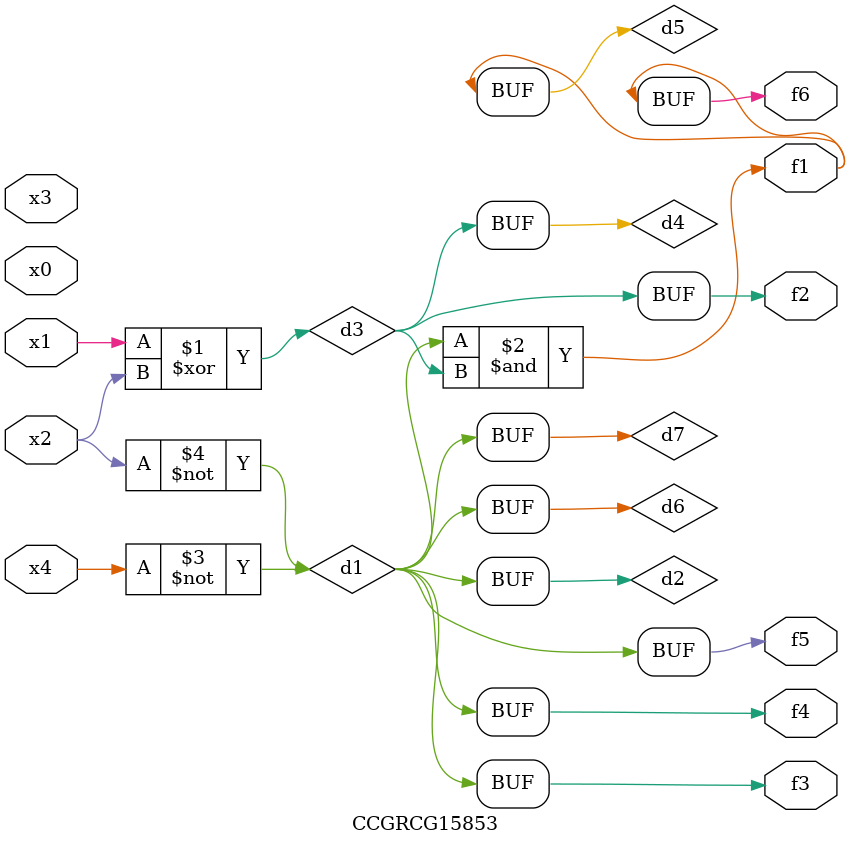
<source format=v>
module CCGRCG15853(
	input x0, x1, x2, x3, x4,
	output f1, f2, f3, f4, f5, f6
);

	wire d1, d2, d3, d4, d5, d6, d7;

	not (d1, x4);
	not (d2, x2);
	xor (d3, x1, x2);
	buf (d4, d3);
	and (d5, d1, d3);
	buf (d6, d1, d2);
	buf (d7, d2);
	assign f1 = d5;
	assign f2 = d4;
	assign f3 = d7;
	assign f4 = d7;
	assign f5 = d7;
	assign f6 = d5;
endmodule

</source>
